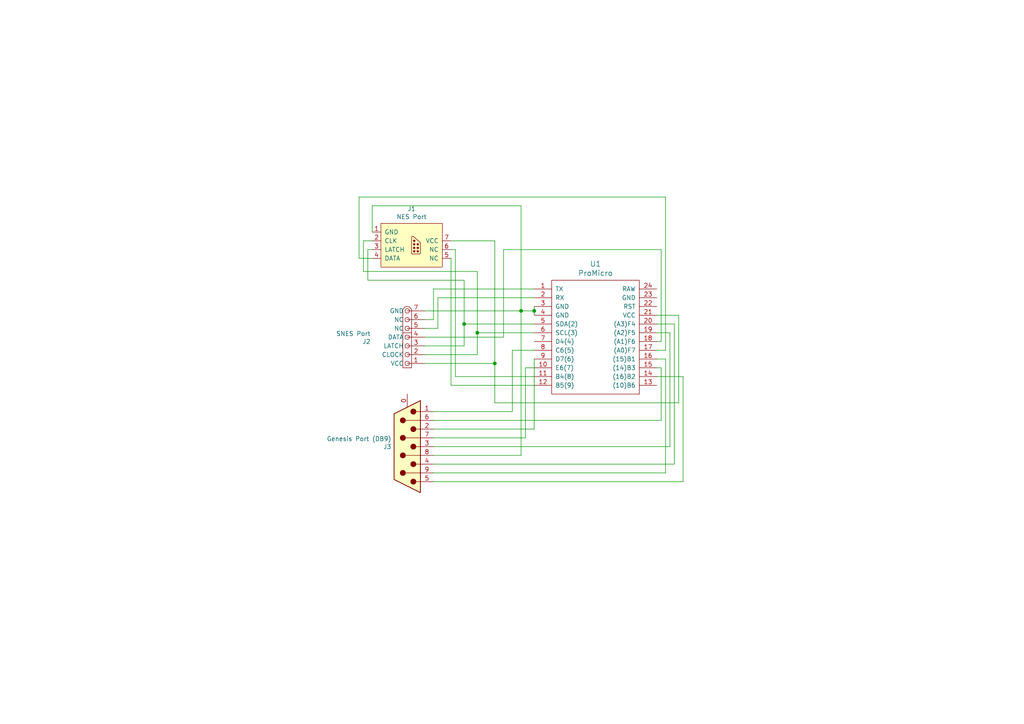
<source format=kicad_sch>
(kicad_sch (version 20211123) (generator eeschema)
  (paper "A4")
  (lib_symbols
    (symbol "Connector:DB9_Male_MountingHoles" (pin_names (offset 1.016) hide)
      (property "Reference" "J" (at 0 16.51 0))
      (property "Value" "DB9_Male_MountingHoles" (at 0 14.605 0))
      (symbol "DB9_Male_MountingHoles_0_1"
        (circle (center -1.778 -10.16) (radius 0.762) (fill (type outline)))
        (circle (center -1.778 -5.08) (radius 0.762) (fill (type outline)))
        (circle (center -1.778 0) (radius 0.762) (fill (type outline)))
        (circle (center -1.778 5.08) (radius 0.762) (fill (type outline)))
        (circle (center -1.778 10.16) (radius 0.762) (fill (type outline)))
        (polyline (pts (xy -3.81 -10.16) (xy -2.54 -10.16)))
        (polyline (pts (xy -3.81 -7.62) (xy 0.508 -7.62)))
        (polyline (pts (xy -3.81 -5.08) (xy -2.54 -5.08)))
        (polyline (pts (xy -3.81 -2.54) (xy 0.508 -2.54)))
        (polyline (pts (xy -3.81 0) (xy -2.54 0)))
        (polyline (pts (xy -3.81 2.54) (xy 0.508 2.54)))
        (polyline (pts (xy -3.81 5.08) (xy -2.54 5.08)))
        (polyline (pts (xy -3.81 7.62) (xy 0.508 7.62)))
        (polyline (pts (xy -3.81 10.16) (xy -2.54 10.16)))
        (polyline (pts (xy -3.81 -13.335) (xy -3.81 13.335) (xy 3.81 9.525) (xy 3.81 -9.525) (xy -3.81 -13.335)) (stroke (width 0.254)) (fill (type background)))
        (circle (center 1.27 -7.62) (radius 0.762) (fill (type outline)))
        (circle (center 1.27 -2.54) (radius 0.762) (fill (type outline)))
        (circle (center 1.27 2.54) (radius 0.762) (fill (type outline)))
        (circle (center 1.27 7.62) (radius 0.762) (fill (type outline)))
      )
      (symbol "DB9_Male_MountingHoles_1_1"
        (pin passive line (at 0 -15.24 90) (length 3.81) (name "PAD") (number "0"))
        (pin passive line (at -7.62 -10.16 0) (length 3.81) (name "1") (number "1"))
        (pin passive line (at -7.62 -5.08 0) (length 3.81) (name "2") (number "2"))
        (pin passive line (at -7.62 0 0) (length 3.81) (name "3") (number "3"))
        (pin passive line (at -7.62 5.08 0) (length 3.81) (name "4") (number "4"))
        (pin passive line (at -7.62 10.16 0) (length 3.81) (name "5") (number "5"))
        (pin passive line (at -7.62 -7.62 0) (length 3.81) (name "6") (number "6"))
        (pin passive line (at -7.62 -2.54 0) (length 3.81) (name "7") (number "7"))
        (pin passive line (at -7.62 2.54 0) (length 3.81) (name "8") (number "8"))
        (pin passive line (at -7.62 7.62 0) (length 3.81) (name "9") (number "9"))
      )
    )
    (symbol "nes-port-breadboard:NES_Port_Male" (pin_names (offset 1.016))
      (property "Reference" "J1" (at 0 10.541 0))
      (property "Value" "NES Port" (at 0 8.2296 0))
      (symbol "NES_Port_Male_0_1"
        (rectangle (start -8.89 6.35) (end 8.89 -6.35) (fill (type background)))
        (arc (start 0 -2.286) (mid 0.0744 -2.4656) (end 0.254 -2.54))
        (polyline (pts (xy 0 -2.286) (xy 0 2.286)) (fill (type outline)))
        (polyline (pts (xy 0.254 -2.54) (xy 2.286 -2.54)))
        (polyline (pts (xy 0.508 2.54) (xy 2.286 1.016)))
        (polyline (pts (xy 2.54 0.508) (xy 2.54 -2.286)))
        (arc (start 0.508 2.54) (mid 0.193 2.5351) (end 0 2.286))
        (circle (center 0.762 -1.778) (radius 0.254) (fill (type outline)))
        (circle (center 0.762 -0.762) (radius 0.254) (fill (type outline)))
        (circle (center 0.762 0.254) (radius 0.254) (fill (type outline)))
        (circle (center 0.762 1.27) (radius 0.254) (fill (type outline)))
        (circle (center 1.778 -1.778) (radius 0.254) (fill (type outline)))
        (circle (center 1.778 -0.762) (radius 0.254) (fill (type outline)))
        (circle (center 1.778 0.254) (radius 0.254) (fill (type outline)))
        (arc (start 2.286 -2.54) (mid 2.4656 -2.4656) (end 2.54 -2.286))
        (arc (start 2.54 0.508) (mid 2.473 0.792) (end 2.286 1.016))
      )
      (symbol "NES_Port_Male_1_1"
        (pin passive line (at -11.43 3.81 0) (length 2.54) (name "GND") (number "1"))
        (pin passive line (at -11.43 1.27 0) (length 2.54) (name "CLK") (number "2"))
        (pin passive line (at -11.43 -1.27 0) (length 2.54) (name "LATCH") (number "3"))
        (pin passive line (at -11.43 -3.81 0) (length 2.54) (name "DATA") (number "4"))
        (pin passive line (at 11.43 -3.81 180) (length 2.54) (name "NC") (number "5"))
        (pin passive line (at 11.43 -1.27 180) (length 2.54) (name "NC") (number "6"))
        (pin passive line (at 11.43 1.27 180) (length 2.54) (name "VCC") (number "7"))
      )
    )
    (symbol "pkl_conn:SNES" (pin_names (offset 1.016))
      (property "Reference" "U" (at 0 15.24 0))
      (property "Value" "SNES" (at 0 12.7 0))
      (symbol "SNES_0_1"
        (arc (start -1.27 -6.35) (mid 0 -7.62) (end 1.27 -6.35))
        (circle (center 0 -6.35) (radius 0.635))
        (circle (center 0 -3.81) (radius 0.635))
        (circle (center 0 -1.27) (radius 0.635))
        (polyline (pts (xy -1.27 0) (xy 1.27 0)))
        (polyline (pts (xy -1.27 -6.35) (xy -1.27 10.16) (xy 1.27 10.16) (xy 1.27 -6.35)))
        (circle (center 0 1.27) (radius 0.635))
        (circle (center 0 3.81) (radius 0.635))
        (circle (center 0 6.35) (radius 0.635))
        (circle (center 0 8.89) (radius 0.635))
      )
      (symbol "SNES_1_1"
        (pin power_in line (at -5.08 8.89 0) (length 5.08) (name "VCC") (number "1"))
        (pin input line (at -5.08 6.35 0) (length 5.08) (name "CLOCK") (number "2"))
        (pin input line (at -5.08 3.81 0) (length 5.08) (name "LATCH") (number "3"))
        (pin output line (at -5.08 1.27 0) (length 5.08) (name "DATA") (number "4"))
        (pin output line (at -5.08 -1.27 0) (length 5.08) (name "NC") (number "5"))
        (pin input line (at -5.08 -3.81 0) (length 5.08) (name "NC") (number "6"))
        (pin power_in line (at -5.08 -6.35 0) (length 5.08) (name "GND") (number "7"))
      )
    )
    (symbol "promicro:ProMicro" (pin_names (offset 1.016))
      (property "Reference" "U" (at 0 24.13 0))
      (property "Value" "ProMicro" (at 0 -13.97 0))
      (symbol "ProMicro_0_1"
        (rectangle (start -12.7 21.59) (end 12.7 -11.43))
      )
      (symbol "ProMicro_1_1"
        (pin bidirectional line (at -17.78 19.05 0) (length 5.08) (name "TX") (number "1"))
        (pin bidirectional line (at -17.78 -3.81 0) (length 5.08) (name "E6(7)") (number "10"))
        (pin bidirectional line (at -17.78 -6.35 0) (length 5.08) (name "B4(8)") (number "11"))
        (pin bidirectional line (at -17.78 -8.89 0) (length 5.08) (name "B5(9)") (number "12"))
        (pin bidirectional line (at 17.78 -8.89 180) (length 5.08) (name "(10)B6") (number "13"))
        (pin bidirectional line (at 17.78 -6.35 180) (length 5.08) (name "(16)B2") (number "14"))
        (pin bidirectional line (at 17.78 -3.81 180) (length 5.08) (name "(14)B3") (number "15"))
        (pin bidirectional line (at 17.78 -1.27 180) (length 5.08) (name "(15)B1") (number "16"))
        (pin bidirectional line (at 17.78 1.27 180) (length 5.08) (name "(A0)F7") (number "17"))
        (pin bidirectional line (at 17.78 3.81 180) (length 5.08) (name "(A1)F6") (number "18"))
        (pin bidirectional line (at 17.78 6.35 180) (length 5.08) (name "(A2)F5") (number "19"))
        (pin bidirectional line (at -17.78 16.51 0) (length 5.08) (name "RX") (number "2"))
        (pin bidirectional line (at 17.78 8.89 180) (length 5.08) (name "(A3)F4") (number "20"))
        (pin power_in line (at 17.78 11.43 180) (length 5.08) (name "VCC") (number "21"))
        (pin input line (at 17.78 13.97 180) (length 5.08) (name "RST") (number "22"))
        (pin power_in line (at 17.78 16.51 180) (length 5.08) (name "GND") (number "23"))
        (pin power_out line (at 17.78 19.05 180) (length 5.08) (name "RAW") (number "24"))
        (pin power_in line (at -17.78 13.97 0) (length 5.08) (name "GND") (number "3"))
        (pin power_in line (at -17.78 11.43 0) (length 5.08) (name "GND") (number "4"))
        (pin bidirectional line (at -17.78 8.89 0) (length 5.08) (name "SDA(2)") (number "5"))
        (pin bidirectional line (at -17.78 6.35 0) (length 5.08) (name "SCL(3)") (number "6"))
        (pin bidirectional line (at -17.78 3.81 0) (length 5.08) (name "D4(4)") (number "7"))
        (pin bidirectional line (at -17.78 1.27 0) (length 5.08) (name "C6(5)") (number "8"))
        (pin bidirectional line (at -17.78 -1.27 0) (length 5.08) (name "D7(6)") (number "9"))
      )
    )
  )
  (junction (at 154.94 90.17))
  (junction (at 138.43 96.52))
  (junction (at 134.62 93.98))
  (junction (at 151.13 90.17))
  (junction (at 143.51 105.41))
  (wire (pts (xy 134.62 93.98) (xy 134.62 81.28)))
  (wire (pts (xy 125.73 83.82) (xy 125.73 92.71)))
  (wire (pts (xy 146.05 72.39) (xy 146.05 97.79)))
  (wire (pts (xy 130.81 74.93) (xy 130.81 111.76)))
  (wire (pts (xy 148.59 101.6) (xy 148.59 119.38)))
  (wire (pts (xy 134.62 93.98) (xy 134.62 100.33)))
  (wire (pts (xy 125.73 92.71) (xy 123.19 92.71)))
  (wire (pts (xy 138.43 102.87) (xy 123.19 102.87)))
  (wire (pts (xy 195.58 93.98) (xy 195.58 134.62)))
  (wire (pts (xy 152.4 127) (xy 125.73 127)))
  (wire (pts (xy 138.43 96.52) (xy 138.43 78.74)))
  (wire (pts (xy 193.04 57.15) (xy 104.14 57.15)))
  (wire (pts (xy 106.68 72.39) (xy 107.95 72.39)))
  (wire (pts (xy 196.85 91.44) (xy 196.85 116.84)))
  (wire (pts (xy 143.51 105.41) (xy 143.51 69.85)))
  (wire (pts (xy 130.81 111.76) (xy 154.94 111.76)))
  (wire (pts (xy 105.41 69.85) (xy 105.41 78.74)))
  (wire (pts (xy 154.94 106.68) (xy 152.4 106.68)))
  (wire (pts (xy 193.04 101.6) (xy 193.04 57.15)))
  (wire (pts (xy 191.77 72.39) (xy 146.05 72.39)))
  (wire (pts (xy 104.14 57.15) (xy 104.14 74.93)))
  (wire (pts (xy 125.73 132.08) (xy 151.13 132.08)))
  (wire (pts (xy 138.43 78.74) (xy 105.41 78.74)))
  (wire (pts (xy 193.04 137.16) (xy 125.73 137.16)))
  (wire (pts (xy 198.12 139.7) (xy 125.73 139.7)))
  (wire (pts (xy 151.13 90.17) (xy 154.94 90.17)))
  (wire (pts (xy 190.5 96.52) (xy 194.31 96.52)))
  (wire (pts (xy 154.94 83.82) (xy 125.73 83.82)))
  (wire (pts (xy 123.19 90.17) (xy 151.13 90.17)))
  (wire (pts (xy 191.77 72.39) (xy 191.77 99.06)))
  (wire (pts (xy 191.77 106.68) (xy 191.77 121.92)))
  (wire (pts (xy 104.14 74.93) (xy 107.95 74.93)))
  (wire (pts (xy 123.19 105.41) (xy 143.51 105.41)))
  (wire (pts (xy 195.58 134.62) (xy 125.73 134.62)))
  (wire (pts (xy 154.94 124.46) (xy 125.73 124.46)))
  (wire (pts (xy 190.5 109.22) (xy 198.12 109.22)))
  (wire (pts (xy 132.08 109.22) (xy 154.94 109.22)))
  (wire (pts (xy 154.94 93.98) (xy 134.62 93.98)))
  (wire (pts (xy 154.94 90.17) (xy 154.94 91.44)))
  (wire (pts (xy 127 86.36) (xy 154.94 86.36)))
  (wire (pts (xy 190.5 93.98) (xy 195.58 93.98)))
  (wire (pts (xy 194.31 129.54) (xy 125.73 129.54)))
  (wire (pts (xy 143.51 69.85) (xy 130.81 69.85)))
  (wire (pts (xy 154.94 101.6) (xy 148.59 101.6)))
  (wire (pts (xy 152.4 106.68) (xy 152.4 127)))
  (wire (pts (xy 143.51 116.84) (xy 196.85 116.84)))
  (wire (pts (xy 148.59 119.38) (xy 125.73 119.38)))
  (wire (pts (xy 190.5 91.44) (xy 196.85 91.44)))
  (wire (pts (xy 154.94 104.14) (xy 154.94 124.46)))
  (wire (pts (xy 190.5 101.6) (xy 193.04 101.6)))
  (wire (pts (xy 107.95 67.31) (xy 107.95 59.69)))
  (wire (pts (xy 198.12 109.22) (xy 198.12 139.7)))
  (wire (pts (xy 154.94 96.52) (xy 138.43 96.52)))
  (wire (pts (xy 190.5 104.14) (xy 193.04 104.14)))
  (wire (pts (xy 143.51 116.84) (xy 143.51 105.41)))
  (wire (pts (xy 194.31 96.52) (xy 194.31 129.54)))
  (wire (pts (xy 127 95.25) (xy 127 86.36)))
  (wire (pts (xy 151.13 59.69) (xy 151.13 90.17)))
  (wire (pts (xy 154.94 88.9) (xy 154.94 90.17)))
  (wire (pts (xy 123.19 95.25) (xy 127 95.25)))
  (wire (pts (xy 151.13 132.08) (xy 151.13 90.17)))
  (wire (pts (xy 107.95 59.69) (xy 151.13 59.69)))
  (wire (pts (xy 146.05 97.79) (xy 123.19 97.79)))
  (wire (pts (xy 134.62 100.33) (xy 123.19 100.33)))
  (wire (pts (xy 191.77 121.92) (xy 125.73 121.92)))
  (wire (pts (xy 105.41 69.85) (xy 107.95 69.85)))
  (wire (pts (xy 190.5 106.68) (xy 191.77 106.68)))
  (wire (pts (xy 190.5 99.06) (xy 191.77 99.06)))
  (wire (pts (xy 106.68 81.28) (xy 134.62 81.28)))
  (wire (pts (xy 106.68 81.28) (xy 106.68 72.39)))
  (wire (pts (xy 193.04 104.14) (xy 193.04 137.16)))
  (wire (pts (xy 138.43 96.52) (xy 138.43 102.87)))
  (wire (pts (xy 130.81 72.39) (xy 132.08 72.39)))
  (wire (pts (xy 132.08 72.39) (xy 132.08 109.22)))
  (symbol (lib_id "promicro:ProMicro") (at 172.72 102.87 0) (unit 1)
    (property "Reference" "U1" (at 172.72 76.5302 0) (effects (font (size 1.524 1.524))))
    (property "Value" "ProMicro" (at 172.72 79.2226 0) (effects (font (size 1.524 1.524))))
    (property "Footprint" "promicro:ProMicro" (effects hide))
  )
  (symbol (lib_id "nes-port-breadboard:NES_Port_Male") (at 119.38 71.12 0) (unit 1)
    (property "Reference" "J1" (at 119.38 60.579 0))
    (property "Value" "NES Port" (at 119.38 62.8904 0))
    (property "Footprint" "pkl_connectors:NES" (effects hide))
  )
  (symbol (lib_id "Connector:DB9_Male_MountingHoles") (at 118.11 129.54 180) (unit 1)
    (property "Reference" "J3" (at 113.538 129.5908 0) (effects (justify left)))
    (property "Value" "Genesis Port (DB9)" (at 113.538 127.2794 0) (effects (justify left)))
    (property "Footprint" "Connector_Dsub:DSUB-9_Male_Horizontal_P2.77x2.54mm_EdgePinOffset9.40mm" (effects hide))
    (property "Datasheet" " ~" (effects hide))
  )
  (symbol (lib_id "pkl_conn:SNES") (at 118.11 96.52 180) (unit 1)
    (property "Reference" "J2" (at 107.4928 99.0854 0) (effects (justify left)))
    (property "Value" "SNES Port" (at 107.4928 96.774 0) (effects (justify left)))
    (property "Footprint" "pkl_connectors:SNES" (effects hide))
  )
)
</source>
